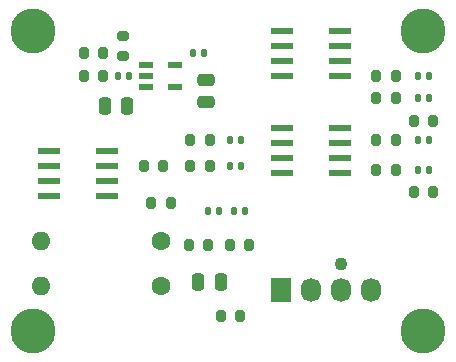
<source format=gts>
%TF.GenerationSoftware,KiCad,Pcbnew,(6.0.4)*%
%TF.CreationDate,2022-04-21T21:48:53-10:00*%
%TF.ProjectId,filter_v2,66696c74-6572-45f7-9632-2e6b69636164,rev?*%
%TF.SameCoordinates,Original*%
%TF.FileFunction,Soldermask,Top*%
%TF.FilePolarity,Negative*%
%FSLAX46Y46*%
G04 Gerber Fmt 4.6, Leading zero omitted, Abs format (unit mm)*
G04 Created by KiCad (PCBNEW (6.0.4)) date 2022-04-21 21:48:53*
%MOMM*%
%LPD*%
G01*
G04 APERTURE LIST*
G04 Aperture macros list*
%AMRoundRect*
0 Rectangle with rounded corners*
0 $1 Rounding radius*
0 $2 $3 $4 $5 $6 $7 $8 $9 X,Y pos of 4 corners*
0 Add a 4 corners polygon primitive as box body*
4,1,4,$2,$3,$4,$5,$6,$7,$8,$9,$2,$3,0*
0 Add four circle primitives for the rounded corners*
1,1,$1+$1,$2,$3*
1,1,$1+$1,$4,$5*
1,1,$1+$1,$6,$7*
1,1,$1+$1,$8,$9*
0 Add four rect primitives between the rounded corners*
20,1,$1+$1,$2,$3,$4,$5,0*
20,1,$1+$1,$4,$5,$6,$7,0*
20,1,$1+$1,$6,$7,$8,$9,0*
20,1,$1+$1,$8,$9,$2,$3,0*%
G04 Aperture macros list end*
%ADD10R,1.969999X0.558000*%
%ADD11R,1.258799X0.508000*%
%ADD12RoundRect,0.200000X-0.200000X-0.275000X0.200000X-0.275000X0.200000X0.275000X-0.200000X0.275000X0*%
%ADD13RoundRect,0.200000X0.200000X0.275000X-0.200000X0.275000X-0.200000X-0.275000X0.200000X-0.275000X0*%
%ADD14RoundRect,0.200000X0.275000X-0.200000X0.275000X0.200000X-0.275000X0.200000X-0.275000X-0.200000X0*%
%ADD15RoundRect,0.250000X-0.250000X-0.475000X0.250000X-0.475000X0.250000X0.475000X-0.250000X0.475000X0*%
%ADD16C,3.800000*%
%ADD17RoundRect,0.140000X-0.140000X-0.170000X0.140000X-0.170000X0.140000X0.170000X-0.140000X0.170000X0*%
%ADD18C,1.600000*%
%ADD19O,1.600000X1.600000*%
%ADD20RoundRect,0.140000X0.140000X0.170000X-0.140000X0.170000X-0.140000X-0.170000X0.140000X-0.170000X0*%
%ADD21RoundRect,0.250000X0.475000X-0.250000X0.475000X0.250000X-0.475000X0.250000X-0.475000X-0.250000X0*%
%ADD22C,1.100000*%
%ADD23R,1.730000X2.030000*%
%ADD24O,1.730000X2.030000*%
G04 APERTURE END LIST*
D10*
%TO.C,U4*%
X150571200Y-74295000D03*
X150571200Y-75565000D03*
X150571200Y-76835000D03*
X150571200Y-78105000D03*
X155498800Y-78105000D03*
X155498800Y-76835000D03*
X155498800Y-75565000D03*
X155498800Y-74295000D03*
%TD*%
%TO.C,U3*%
X150571200Y-66040000D03*
X150571200Y-67310000D03*
X150571200Y-68580000D03*
X150571200Y-69850000D03*
X155498800Y-69850000D03*
X155498800Y-68580000D03*
X155498800Y-67310000D03*
X155498800Y-66040000D03*
%TD*%
D11*
%TO.C,U2*%
X139115800Y-68899999D03*
X139115800Y-69850000D03*
X139115800Y-70800001D03*
X141554200Y-70800001D03*
X141554200Y-68899999D03*
%TD*%
D10*
%TO.C,U1*%
X130886200Y-76200000D03*
X130886200Y-77470000D03*
X130886200Y-78740000D03*
X130886200Y-80010000D03*
X135813800Y-80010000D03*
X135813800Y-78740000D03*
X135813800Y-77470000D03*
X135813800Y-76200000D03*
%TD*%
D12*
%TO.C,R19*%
X161745000Y-79710000D03*
X163395000Y-79710000D03*
%TD*%
%TO.C,R18*%
X161745000Y-73660000D03*
X163395000Y-73660000D03*
%TD*%
%TO.C,R17*%
X158560000Y-77805000D03*
X160210000Y-77805000D03*
%TD*%
D13*
%TO.C,R16*%
X160210000Y-71755000D03*
X158560000Y-71755000D03*
%TD*%
D12*
%TO.C,R15*%
X158560000Y-75265000D03*
X160210000Y-75265000D03*
%TD*%
%TO.C,R14*%
X158560000Y-69850000D03*
X160210000Y-69850000D03*
%TD*%
%TO.C,R13*%
X142685000Y-84155000D03*
X144335000Y-84155000D03*
%TD*%
%TO.C,R12*%
X142810000Y-75265000D03*
X144460000Y-75265000D03*
%TD*%
%TO.C,R11*%
X146160000Y-84155000D03*
X147810000Y-84155000D03*
%TD*%
%TO.C,R10*%
X142810000Y-77470000D03*
X144460000Y-77470000D03*
%TD*%
%TO.C,R9*%
X139510000Y-80645000D03*
X141160000Y-80645000D03*
%TD*%
%TO.C,R8*%
X138875000Y-77470000D03*
X140525000Y-77470000D03*
%TD*%
D14*
%TO.C,R7*%
X137160000Y-68135000D03*
X137160000Y-66485000D03*
%TD*%
D12*
%TO.C,R6*%
X133795000Y-67945000D03*
X135445000Y-67945000D03*
%TD*%
%TO.C,R5*%
X133795000Y-69850000D03*
X135445000Y-69850000D03*
%TD*%
D13*
%TO.C,R1*%
X147065000Y-90170000D03*
X145415000Y-90170000D03*
%TD*%
D15*
%TO.C,C1*%
X143515000Y-87330000D03*
X145415000Y-87330000D03*
%TD*%
D16*
%TO.C,H2*%
X162560000Y-91440000D03*
%TD*%
%TO.C,H4*%
X129540000Y-91440000D03*
%TD*%
%TO.C,H1*%
X162560000Y-66040000D03*
%TD*%
D17*
%TO.C,C9*%
X143030000Y-67945000D03*
X143990000Y-67945000D03*
%TD*%
D18*
%TO.C,R2*%
X140345000Y-87630000D03*
D19*
X130185000Y-87630000D03*
%TD*%
D17*
%TO.C,C12*%
X162090000Y-75265000D03*
X163050000Y-75265000D03*
%TD*%
%TO.C,C7*%
X146530000Y-81280000D03*
X147490000Y-81280000D03*
%TD*%
D16*
%TO.C,H3*%
X129540000Y-66040000D03*
%TD*%
D17*
%TO.C,C6*%
X144300000Y-81280000D03*
X145260000Y-81280000D03*
%TD*%
D18*
%TO.C,R3*%
X140335000Y-83820000D03*
D19*
X130175000Y-83820000D03*
%TD*%
D17*
%TO.C,C5*%
X146205000Y-77470000D03*
X147165000Y-77470000D03*
%TD*%
%TO.C,C11*%
X162080000Y-71755000D03*
X163040000Y-71755000D03*
%TD*%
D20*
%TO.C,C4*%
X147165000Y-75265000D03*
X146205000Y-75265000D03*
%TD*%
D17*
%TO.C,C13*%
X162090000Y-77805000D03*
X163050000Y-77805000D03*
%TD*%
D15*
%TO.C,C2*%
X135575000Y-72390000D03*
X137475000Y-72390000D03*
%TD*%
D21*
%TO.C,C8*%
X144145000Y-72070000D03*
X144145000Y-70170000D03*
%TD*%
D22*
%TO.C,J1*%
X155585000Y-85805000D03*
D23*
X150505000Y-87965000D03*
D24*
X153045000Y-87965000D03*
X155585000Y-87965000D03*
X158125000Y-87965000D03*
%TD*%
D17*
%TO.C,C3*%
X136680000Y-69850000D03*
X137640000Y-69850000D03*
%TD*%
%TO.C,C10*%
X162080000Y-69850000D03*
X163040000Y-69850000D03*
%TD*%
M02*

</source>
